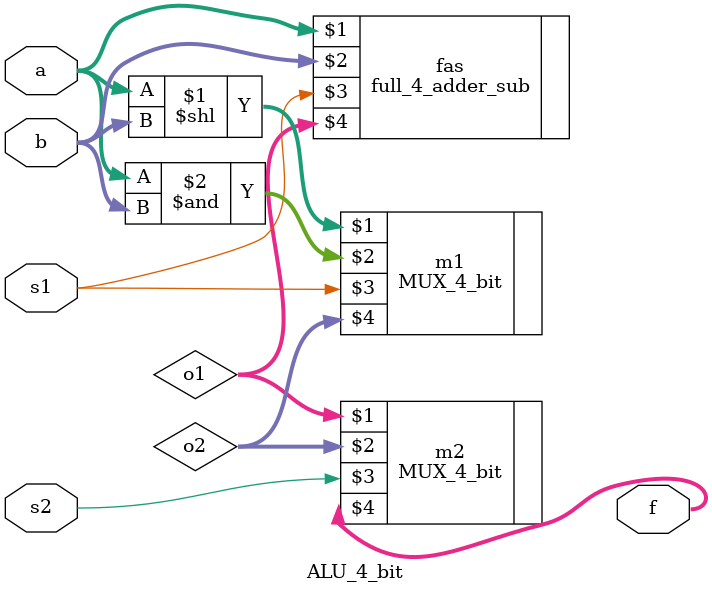
<source format=sv>
`timescale 1ns / 1ps

module ALU_4_bit(input [3:0] a, input [3:0] b,input s1,input s2, output [3:0] f);
wire [3:0] o1; 
wire [3:0] o2;

full_4_adder_sub fas(a,b,s1,o1);

MUX_4_bit m1(a<<b,a&b,s1,o2);
MUX_4_bit m2(o1,o2,s2,f);

endmodule

</source>
